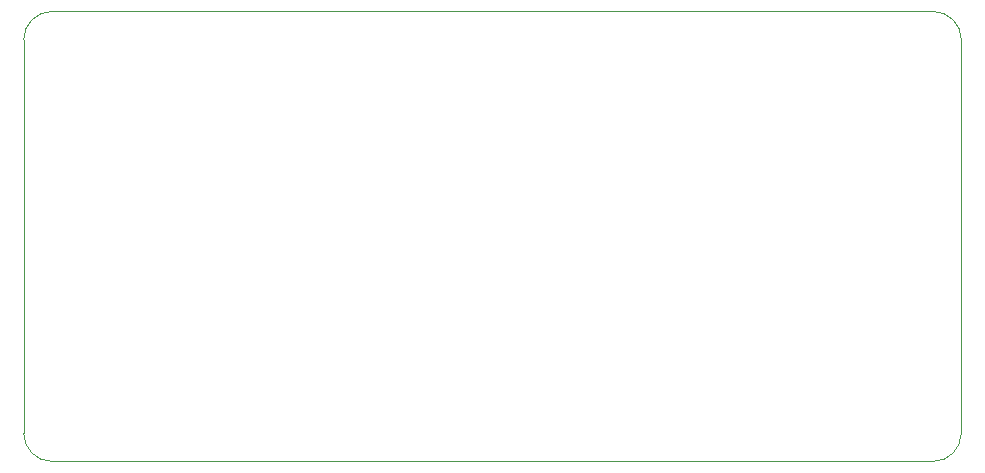
<source format=gm1>
G04 #@! TF.GenerationSoftware,KiCad,Pcbnew,(5.1.4)-1*
G04 #@! TF.CreationDate,2021-04-18T17:33:52-07:00*
G04 #@! TF.ProjectId,ai03-pcb-guide,61693033-2d70-4636-922d-67756964652e,rev?*
G04 #@! TF.SameCoordinates,Original*
G04 #@! TF.FileFunction,Profile,NP*
%FSLAX46Y46*%
G04 Gerber Fmt 4.6, Leading zero omitted, Abs format (unit mm)*
G04 Created by KiCad (PCBNEW (5.1.4)-1) date 2021-04-18 17:33:52*
%MOMM*%
%LPD*%
G04 APERTURE LIST*
%ADD10C,0.050000*%
G04 APERTURE END LIST*
D10*
X102393750Y-118268750D02*
X177006250Y-118268750D01*
X100012500Y-120650000D02*
X100012500Y-153987500D01*
X100012500Y-120650000D02*
G75*
G02X102393750Y-118268750I2381250J0D01*
G01*
X177006250Y-156368750D02*
X102393750Y-156368750D01*
X102393750Y-156368750D02*
G75*
G02X100012500Y-153987500I0J2381250D01*
G01*
X179387500Y-120650000D02*
X179387500Y-153987500D01*
X179387500Y-153987500D02*
G75*
G02X177006250Y-156368750I-2381250J0D01*
G01*
X177006250Y-118268750D02*
G75*
G02X179387500Y-120650000I0J-2381250D01*
G01*
M02*

</source>
